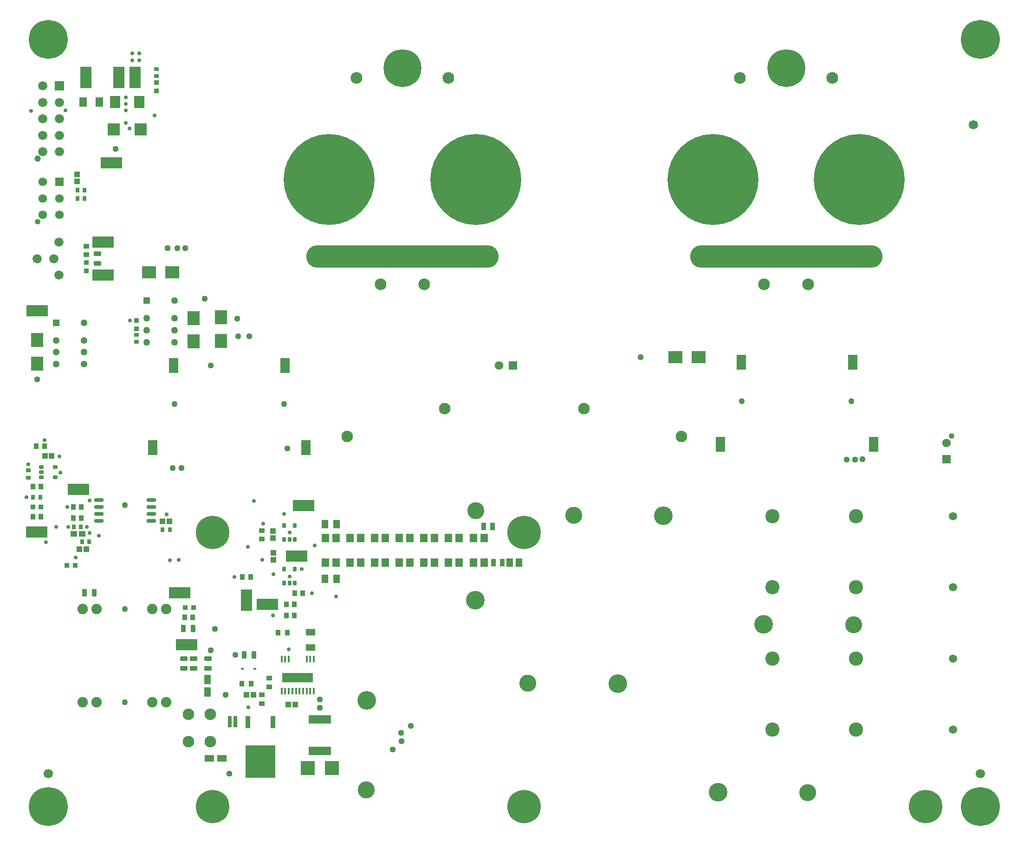
<source format=gbr>
%TF.GenerationSoftware,Altium Limited,Altium Designer,24.2.2 (26)*%
G04 Layer_Color=8388736*
%FSLAX45Y45*%
%MOMM*%
%TF.SameCoordinates,E62911D3-7CC7-41A5-B2DD-A777233C8753*%
%TF.FilePolarity,Negative*%
%TF.FileFunction,Soldermask,Top*%
%TF.Part,Single*%
G01*
G75*
%TA.AperFunction,SMDPad,CuDef*%
%ADD10R,0.76200X2.15900*%
%ADD11R,0.60960X0.35560*%
%ADD12R,1.80000X1.30560*%
%ADD15R,0.65872X0.81213*%
%ADD20R,4.15000X1.50000*%
%ADD27R,2.16000X2.26000*%
%ADD28R,1.35574X1.80822*%
%ADD31R,2.30000X2.50000*%
%ADD34R,5.46100X5.96900*%
%ADD35R,0.93980X2.20980*%
%ADD36R,5.68960X1.77800*%
%ADD37R,0.35560X1.30810*%
%ADD40R,1.80340X2.71780*%
%ADD44R,2.50000X2.30000*%
%ADD50R,1.87960X2.23520*%
%TA.AperFunction,ComponentPad*%
%ADD69C,1.57000*%
%ADD70R,1.57000X1.57000*%
%ADD72R,1.25000X1.25000*%
%ADD73C,1.25000*%
%ADD74R,1.57000X1.57000*%
%ADD75C,1.02000*%
%ADD83C,3.40160*%
%ADD84C,3.10160*%
%ADD85C,7.10160*%
%ADD86C,6.10160*%
%ADD87C,1.50160*%
%ADD88C,2.60160*%
%ADD89O,35.10160X4.10160*%
%ADD90C,2.13360*%
%ADD91C,6.90160*%
%ADD92C,16.60160*%
%ADD93C,1.17240*%
%ADD94C,1.67240*%
%ADD95R,1.67240X1.67240*%
%TA.AperFunction,WasherPad*%
%ADD96C,1.10160*%
%TA.AperFunction,ComponentPad*%
%ADD97C,2.10160*%
%ADD98C,1.90160*%
%TA.AperFunction,ViaPad*%
%ADD99C,0.73660*%
%ADD100C,1.11760*%
%TA.AperFunction,SMDPad,CuDef*%
%ADD107R,0.90160X1.10160*%
%ADD108R,3.90160X2.13160*%
%ADD109R,1.20160X1.70160*%
%ADD110R,1.70160X1.20160*%
%ADD111R,1.00160X0.85160*%
%ADD112R,1.05160X1.05160*%
G04:AMPARAMS|DCode=113|XSize=1.4016mm|YSize=0.8616mm|CornerRadius=0.1458mm|HoleSize=0mm|Usage=FLASHONLY|Rotation=0.000|XOffset=0mm|YOffset=0mm|HoleType=Round|Shape=RoundedRectangle|*
%AMROUNDEDRECTD113*
21,1,1.40160,0.57000,0,0,0.0*
21,1,1.11000,0.86160,0,0,0.0*
1,1,0.29160,0.55500,-0.28500*
1,1,0.29160,-0.55500,-0.28500*
1,1,0.29160,-0.55500,0.28500*
1,1,0.29160,0.55500,0.28500*
%
%ADD113ROUNDEDRECTD113*%
%ADD114R,0.90160X1.35160*%
%ADD115R,1.45160X1.55160*%
%ADD116R,1.10160X0.90160*%
%ADD117R,2.13160X3.90160*%
%ADD118R,0.90160X0.90160*%
%ADD119R,1.05160X1.05160*%
%ADD120R,0.70160X0.90160*%
%ADD121R,0.90160X0.90160*%
G04:AMPARAMS|DCode=122|XSize=1.4016mm|YSize=0.8616mm|CornerRadius=0.1458mm|HoleSize=0mm|Usage=FLASHONLY|Rotation=270.000|XOffset=0mm|YOffset=0mm|HoleType=Round|Shape=RoundedRectangle|*
%AMROUNDEDRECTD122*
21,1,1.40160,0.57000,0,0,270.0*
21,1,1.11000,0.86160,0,0,270.0*
1,1,0.29160,-0.28500,-0.55500*
1,1,0.29160,-0.28500,0.55500*
1,1,0.29160,0.28500,0.55500*
1,1,0.29160,0.28500,-0.55500*
%
%ADD122ROUNDEDRECTD122*%
%ADD123R,0.85160X1.00160*%
%ADD124R,2.50165X2.50165*%
G04:AMPARAMS|DCode=125|XSize=0.6516mm|YSize=0.9016mm|CornerRadius=0.1003mm|HoleSize=0mm|Usage=FLASHONLY|Rotation=90.000|XOffset=0mm|YOffset=0mm|HoleType=Round|Shape=RoundedRectangle|*
%AMROUNDEDRECTD125*
21,1,0.65160,0.70100,0,0,90.0*
21,1,0.45100,0.90160,0,0,90.0*
1,1,0.20060,0.35050,0.22550*
1,1,0.20060,0.35050,-0.22550*
1,1,0.20060,-0.35050,-0.22550*
1,1,0.20060,-0.35050,0.22550*
%
%ADD125ROUNDEDRECTD125*%
%ADD126R,0.80160X0.95160*%
%ADD127O,1.80160X0.70160*%
%ADD128R,0.90160X0.70160*%
%ADD129R,1.15160X1.10160*%
%ADD130R,1.25160X1.55160*%
G04:AMPARAMS|DCode=131|XSize=0.6516mm|YSize=0.9016mm|CornerRadius=0.1003mm|HoleSize=0mm|Usage=FLASHONLY|Rotation=180.000|XOffset=0mm|YOffset=0mm|HoleType=Round|Shape=RoundedRectangle|*
%AMROUNDEDRECTD131*
21,1,0.65160,0.70100,0,0,180.0*
21,1,0.45100,0.90160,0,0,180.0*
1,1,0.20060,-0.22550,0.35050*
1,1,0.20060,0.22550,0.35050*
1,1,0.20060,0.22550,-0.35050*
1,1,0.20060,-0.22550,-0.35050*
%
%ADD131ROUNDEDRECTD131*%
%ADD132R,1.30160X1.60160*%
%TA.AperFunction,FiducialPad,Global*%
%ADD133C,1.70002*%
%TA.AperFunction,ComponentPad*%
%ADD134C,1.67640*%
D10*
X3811900Y2050000D02*
D03*
X3916040D02*
D03*
D11*
X4267200Y3009900D02*
D03*
X4038600D02*
D03*
D12*
X5280210Y3683580D02*
D03*
Y3403020D02*
D03*
D15*
X359771Y6146800D02*
D03*
X224429D02*
D03*
D20*
X5450000Y1510000D02*
D03*
Y2090000D02*
D03*
D27*
X1692300Y12855499D02*
D03*
X2182300D02*
D03*
D28*
X1139676Y13355499D02*
D03*
X1434924D02*
D03*
D31*
X3650000Y9430000D02*
D03*
Y9000000D02*
D03*
X3150000Y8985000D02*
D03*
Y9415000D02*
D03*
X300000Y8585000D02*
D03*
Y9015000D02*
D03*
D34*
X4372892Y1315438D02*
D03*
D35*
X4144292Y2034258D02*
D03*
X4601492D02*
D03*
D36*
X5050000Y2850000D02*
D03*
D37*
X5342500Y2606805D02*
D03*
X5277500D02*
D03*
X5212500D02*
D03*
X5147500D02*
D03*
X5082500D02*
D03*
X5017500D02*
D03*
X4952500D02*
D03*
X4887500D02*
D03*
X4822500D02*
D03*
X4757500D02*
D03*
X4757500Y3187195D02*
D03*
X4822500D02*
D03*
X4887500D02*
D03*
X5212500D02*
D03*
X5277500D02*
D03*
X5342500D02*
D03*
D40*
X12763001Y7110700D02*
D03*
X15557001D02*
D03*
X15175002Y8609300D02*
D03*
X13145001D02*
D03*
X2785000Y8549300D02*
D03*
X4815000D02*
D03*
X5197000Y7050700D02*
D03*
X2403000D02*
D03*
D44*
X12365000Y8700000D02*
D03*
X11935000D02*
D03*
X2765000Y10250000D02*
D03*
X2335000D02*
D03*
D50*
X2158280Y13355499D02*
D03*
X1716320D02*
D03*
D69*
X8723000Y8550000D02*
D03*
X16881000Y7135000D02*
D03*
X400000Y11300000D02*
D03*
Y11600000D02*
D03*
Y11900000D02*
D03*
X700000Y11300000D02*
D03*
Y11600000D02*
D03*
D70*
X8977000Y8550000D02*
D03*
D72*
X2296000Y9730000D02*
D03*
X646000Y9330000D02*
D03*
D73*
X2804000Y9730000D02*
D03*
X2296000Y9410000D02*
D03*
Y9190000D02*
D03*
Y8970000D02*
D03*
X2804000D02*
D03*
Y9190000D02*
D03*
Y9410000D02*
D03*
X1154000Y9010000D02*
D03*
Y8790000D02*
D03*
Y8570000D02*
D03*
X646000D02*
D03*
Y8790000D02*
D03*
Y9010000D02*
D03*
X1154000Y9330000D02*
D03*
D74*
X16881000Y6835000D02*
D03*
X700000Y11900000D02*
D03*
D75*
X16978999Y7263000D02*
D03*
X302000Y11172000D02*
D03*
D83*
X11721500Y5803300D02*
D03*
X13551500Y3823300D02*
D03*
X12715000Y760000D02*
D03*
X10885000Y2740000D02*
D03*
X6310000Y2435000D02*
D03*
X8290000Y4265000D02*
D03*
D84*
X10086500Y5813300D02*
D03*
X15186501Y3813300D02*
D03*
X14350000Y750000D02*
D03*
X9250000Y2750000D02*
D03*
X6300000Y800000D02*
D03*
X8300000Y5900000D02*
D03*
D85*
X17500000Y14500000D02*
D03*
X500000D02*
D03*
Y500000D02*
D03*
X17500000D02*
D03*
D86*
X3500000D02*
D03*
X9175000Y5500000D02*
D03*
Y500000D02*
D03*
X3500000Y5500000D02*
D03*
X16500000Y500000D02*
D03*
D87*
X17000000Y5800000D02*
D03*
Y1900000D02*
D03*
Y3200000D02*
D03*
Y4500000D02*
D03*
D88*
X15230000Y5800000D02*
D03*
X13710001D02*
D03*
X15230000Y1900000D02*
D03*
X13710001D02*
D03*
Y3200000D02*
D03*
X15230000D02*
D03*
Y4500000D02*
D03*
X13710001D02*
D03*
D89*
X6960000Y10540000D02*
D03*
X13960001D02*
D03*
D90*
X7800000Y13800000D02*
D03*
X6120000D02*
D03*
X7360000Y10030000D02*
D03*
X6560000D02*
D03*
X13560001D02*
D03*
X14360001D02*
D03*
X13120000Y13800000D02*
D03*
X14800000D02*
D03*
D91*
X6960000Y13972000D02*
D03*
X13960001D02*
D03*
D92*
X8295000Y11940000D02*
D03*
X5625000D02*
D03*
X12625000D02*
D03*
X15295000D02*
D03*
D93*
X302000Y12322000D02*
D03*
D94*
X400000Y12450000D02*
D03*
Y12750000D02*
D03*
Y13050000D02*
D03*
Y13350000D02*
D03*
Y13650000D02*
D03*
X700000Y12450000D02*
D03*
Y12750000D02*
D03*
Y13050000D02*
D03*
Y13350000D02*
D03*
D95*
Y13650000D02*
D03*
D96*
X1900000Y2400000D02*
D03*
Y4100000D02*
D03*
Y6000000D02*
D03*
X2800000Y7850000D02*
D03*
X4800000D02*
D03*
X13150000Y7900000D02*
D03*
X15150000D02*
D03*
D97*
X3054400Y2184400D02*
D03*
X3454400D02*
D03*
X3054400Y1684400D02*
D03*
X3454400D02*
D03*
X5952000Y7250000D02*
D03*
X7730000Y7758000D02*
D03*
X10270000D02*
D03*
X12048000Y7250000D02*
D03*
D98*
X2654000Y2400000D02*
D03*
X2400000D02*
D03*
X1384000D02*
D03*
X1130000D02*
D03*
X2654000Y4100000D02*
D03*
X2400000D02*
D03*
X1384000D02*
D03*
X1130000D02*
D03*
D99*
X457200Y5321300D02*
D03*
X2032000Y14122400D02*
D03*
X2159000D02*
D03*
X4419600Y5664200D02*
D03*
X812800Y13208000D02*
D03*
X1420000Y5440899D02*
D03*
X4805000Y5838550D02*
D03*
X4254500Y6076950D02*
D03*
X4900000Y5500000D02*
D03*
X5359400Y5264150D02*
D03*
X4140200Y5238750D02*
D03*
X2717800Y4991100D02*
D03*
X2663400Y5832900D02*
D03*
X3898900Y4686300D02*
D03*
X5308600Y4394200D02*
D03*
X5127300Y4832649D02*
D03*
X4600532Y3987800D02*
D03*
X4400000Y5000000D02*
D03*
X4900000Y4700000D02*
D03*
X2882900Y5003800D02*
D03*
X4610100Y4737100D02*
D03*
X5753100Y4330700D02*
D03*
X4889500Y3365500D02*
D03*
X4152900Y2311400D02*
D03*
X1981360Y12877640D02*
D03*
X1917700Y12977522D02*
D03*
X189134Y13199448D02*
D03*
X1993900Y9372600D02*
D03*
X101600Y6146800D02*
D03*
X1251087Y5493548D02*
D03*
X139700Y6743700D02*
D03*
X723900Y6591300D02*
D03*
X647700Y5600700D02*
D03*
X863600D02*
D03*
X1257300Y6083300D02*
D03*
X850150Y5969750D02*
D03*
X1003300Y5041900D02*
D03*
X1202424Y5599624D02*
D03*
X1917700Y13442290D02*
D03*
Y13321950D02*
D03*
Y13208000D02*
D03*
X2437192Y13115393D02*
D03*
X2159000Y14249400D02*
D03*
X2032000D02*
D03*
X703761Y6892561D02*
D03*
X430600Y7187000D02*
D03*
D100*
X7112000Y1968500D02*
D03*
X6946900Y1689100D02*
D03*
X6781800Y1536700D02*
D03*
X4864100Y7035800D02*
D03*
X3460938Y8549300D02*
D03*
X2927676Y6680200D02*
D03*
X15348935Y6835000D02*
D03*
X15062199Y6832600D02*
D03*
X15214600D02*
D03*
X2768600Y6680200D02*
D03*
X6934200Y1841500D02*
D03*
X3538654Y3741264D02*
D03*
X3467100Y3352800D02*
D03*
X3911600Y3263900D02*
D03*
X3733800Y2540000D02*
D03*
X5450000Y2450000D02*
D03*
Y2300000D02*
D03*
X3800000Y1100000D02*
D03*
X3001401Y10693400D02*
D03*
X2851150D02*
D03*
X2679700D02*
D03*
X3947160Y9404387D02*
D03*
X4165600Y9080500D02*
D03*
X3962400D02*
D03*
X3352800Y9766300D02*
D03*
X300000Y8295534D02*
D03*
X11300000Y8700000D02*
D03*
X1731015Y12500000D02*
D03*
D107*
X4188600Y4686300D02*
D03*
X4038600D02*
D03*
X953700Y5968254D02*
D03*
X1103700D02*
D03*
X954900Y5765800D02*
D03*
X1104900D02*
D03*
X3135700Y3949700D02*
D03*
X2985700D02*
D03*
X280600Y7073900D02*
D03*
X430600D02*
D03*
X217100Y6337300D02*
D03*
X367100D02*
D03*
X217100Y5791200D02*
D03*
X367100D02*
D03*
X4839900Y3987800D02*
D03*
X4989900D02*
D03*
X4992300Y4394200D02*
D03*
X5142300D02*
D03*
X4989900Y4191000D02*
D03*
X4839900D02*
D03*
D108*
X300000Y9550000D02*
D03*
X1650000Y12250000D02*
D03*
X292100Y5511800D02*
D03*
X5156200Y5994400D02*
D03*
X5029200Y5067300D02*
D03*
X4495800Y4191000D02*
D03*
X1054100Y6286500D02*
D03*
X3022600Y3454400D02*
D03*
X2900000Y4400000D02*
D03*
X1500000Y10800000D02*
D03*
Y10200000D02*
D03*
D109*
X3403600Y2590100D02*
D03*
Y2820100D02*
D03*
D110*
X3441000Y1375713D02*
D03*
X3671000D02*
D03*
D111*
X4394200Y2539900D02*
D03*
Y2374900D02*
D03*
X4533900Y2844800D02*
D03*
Y2679800D02*
D03*
D112*
X4877800Y2362200D02*
D03*
X5002800D02*
D03*
X2587500Y5700000D02*
D03*
X2712500D02*
D03*
X1192800Y5194300D02*
D03*
X1067800D02*
D03*
X4240800Y2540000D02*
D03*
X4115800D02*
D03*
X562500Y6900000D02*
D03*
X437500D02*
D03*
D113*
X2971800Y3022500D02*
D03*
Y3201500D02*
D03*
X3149600Y3022500D02*
D03*
Y3201500D02*
D03*
X3416300Y3022600D02*
D03*
Y3201600D02*
D03*
X1395000Y10410000D02*
D03*
Y10589000D02*
D03*
D114*
X8441700Y5613400D02*
D03*
X8601700D02*
D03*
X8780000Y4950000D02*
D03*
X8620000D02*
D03*
D115*
X8252500Y5400000D02*
D03*
X8447500D02*
D03*
X7802500D02*
D03*
X7997500D02*
D03*
X6002500D02*
D03*
X6197500D02*
D03*
Y4950000D02*
D03*
X6002500D02*
D03*
X6647500D02*
D03*
X6452500D02*
D03*
X7095000D02*
D03*
X6900000D02*
D03*
X7547500D02*
D03*
X7352500D02*
D03*
X7997500D02*
D03*
X7802500D02*
D03*
X8447500D02*
D03*
X8252500D02*
D03*
X7547500Y5400000D02*
D03*
X7352500D02*
D03*
X7097500Y5400000D02*
D03*
X6902500D02*
D03*
X6647500Y5400000D02*
D03*
X6452500D02*
D03*
X5747500Y4950000D02*
D03*
X5552500D02*
D03*
X5747500Y5400000D02*
D03*
X5552500D02*
D03*
D116*
X4394200Y5386000D02*
D03*
Y5536000D02*
D03*
X1195000Y10725000D02*
D03*
Y10575000D02*
D03*
D117*
X4114800Y4267200D02*
D03*
X1787300Y13805499D02*
D03*
X1187300D02*
D03*
X2087300D02*
D03*
D118*
X839400Y4902200D02*
D03*
X989400D02*
D03*
X2998400Y4127500D02*
D03*
X3148400D02*
D03*
X218300Y5969001D02*
D03*
X368300D02*
D03*
D119*
X1028700Y12038600D02*
D03*
Y11913600D02*
D03*
X4597400Y5398500D02*
D03*
Y5523500D02*
D03*
X4610100Y5004800D02*
D03*
Y5129800D02*
D03*
D120*
X1165000Y11750000D02*
D03*
X1035000D02*
D03*
X1165000Y11600000D02*
D03*
X1035000D02*
D03*
X962200Y5600700D02*
D03*
X1092200D02*
D03*
X2585000Y5550000D02*
D03*
X2715000D02*
D03*
D121*
X1195000Y10275000D02*
D03*
Y10425000D02*
D03*
X2476500Y13714799D02*
D03*
Y13564799D02*
D03*
X2108200Y9371400D02*
D03*
Y9221400D02*
D03*
D122*
X1161000Y4400000D02*
D03*
X1340000D02*
D03*
X2961000Y3745000D02*
D03*
X3140000D02*
D03*
X4254500Y3263900D02*
D03*
X4075500D02*
D03*
D123*
X4857700Y3670300D02*
D03*
X4692700D02*
D03*
X4197300Y2743200D02*
D03*
X4032300D02*
D03*
D124*
X5230011Y1200000D02*
D03*
X5669989D02*
D03*
D125*
X627500Y6695000D02*
D03*
Y6505000D02*
D03*
X372500D02*
D03*
Y6600000D02*
D03*
Y6695000D02*
D03*
D126*
X1118600Y5334000D02*
D03*
X1243600D02*
D03*
D127*
X1420000Y6090500D02*
D03*
Y5963500D02*
D03*
Y5836500D02*
D03*
Y5709500D02*
D03*
X2380000Y6090500D02*
D03*
Y5963500D02*
D03*
Y5836500D02*
D03*
Y5709500D02*
D03*
D128*
X139700Y6500900D02*
D03*
Y6630900D02*
D03*
X2108200Y8977400D02*
D03*
Y9107400D02*
D03*
X2476500Y13960300D02*
D03*
Y13830299D02*
D03*
D129*
X1116400Y5473700D02*
D03*
X966400D02*
D03*
D130*
X9087500Y4950000D02*
D03*
X8912500D02*
D03*
D131*
X4805000Y5372500D02*
D03*
X4900000D02*
D03*
X4995000D02*
D03*
Y5627500D02*
D03*
X4805000D02*
D03*
Y4576639D02*
D03*
X4900000D02*
D03*
X4995000D02*
D03*
Y4831639D02*
D03*
X4805000D02*
D03*
D132*
X5545000Y5650000D02*
D03*
X5755000D02*
D03*
X5545000Y4650000D02*
D03*
X5755000D02*
D03*
D133*
X500000Y1100000D02*
D03*
X17373599Y12941299D02*
D03*
X17500000Y1100000D02*
D03*
D134*
X694000Y10799999D02*
D03*
Y10200000D02*
D03*
X600000Y10500000D02*
D03*
X300000D02*
D03*
%TF.MD5,01ae3295c60ab56f77ac8b5d9e77ecdd*%
M02*

</source>
